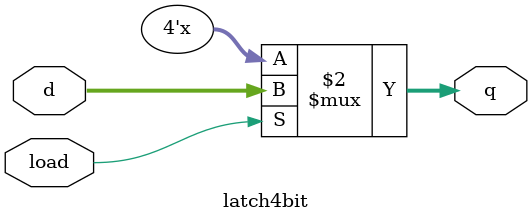
<source format=v>
`timescale 1ns / 1ps
module latch4bit(
	 input load,
    input [3:0] d,
    output reg [3:0] q
    );

	always@(load)
	begin
		if(load)
			q <= d;
	end

endmodule

</source>
